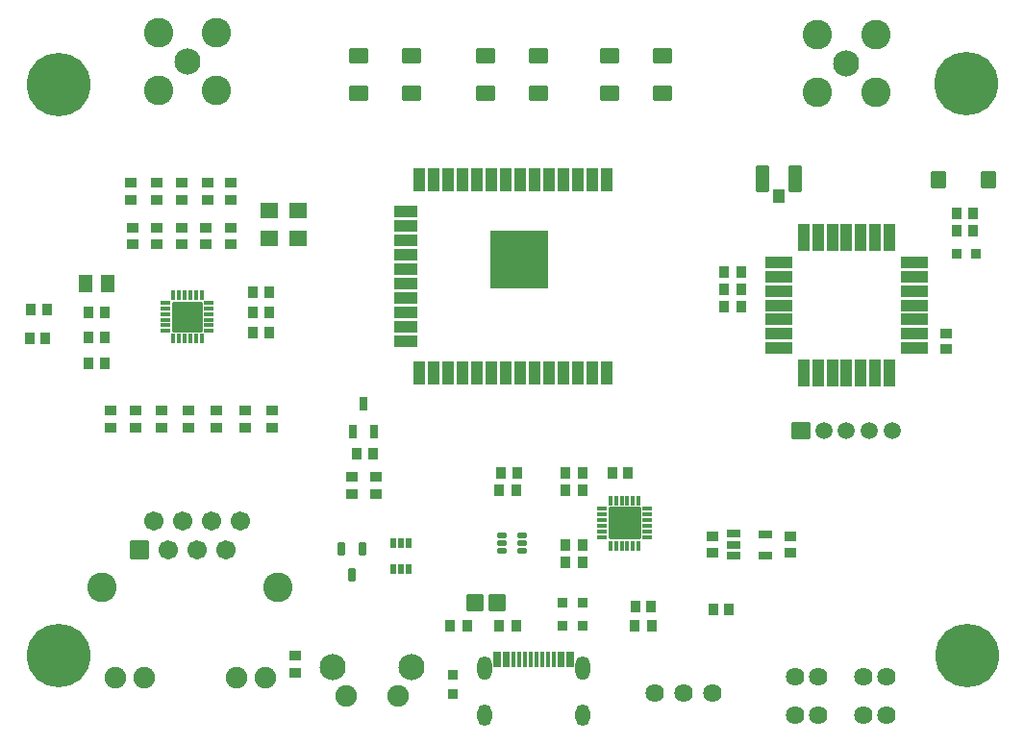
<source format=gts>
G04 Layer: TopSolderMaskLayer*
G04 EasyEDA v6.5.23, 2023-05-28 22:20:17*
G04 a98212a221284062af17828272900665,7a5a352eff0f4c5696d858f44224924f,10*
G04 Gerber Generator version 0.2*
G04 Scale: 100 percent, Rotated: No, Reflected: No *
G04 Dimensions in millimeters *
G04 leading zeros omitted , absolute positions ,4 integer and 5 decimal *
%FSLAX45Y45*%
%MOMM*%

%AMMACRO1*1,1,$1,$2,$3*1,1,$1,$4,$5*1,1,$1,0-$2,0-$3*1,1,$1,0-$4,0-$5*20,1,$1,$2,$3,$4,$5,0*20,1,$1,$4,$5,0-$2,0-$3,0*20,1,$1,0-$2,0-$3,0-$4,0-$5,0*20,1,$1,0-$4,0-$5,$2,$3,0*4,1,4,$2,$3,$4,$5,0-$2,0-$3,0-$4,0-$5,$2,$3,0*%
%ADD10MACRO1,0.1016X-0.4X-0.4X-0.4X0.4*%
%ADD11C,5.6032*%
%ADD12C,0.8032*%
%ADD13MACRO1,0.1016X-0.4032X-0.432X-0.4032X0.432*%
%ADD14MACRO1,0.1016X0.4032X-0.432X0.4032X0.432*%
%ADD15MACRO1,0.1016X0.4032X0.432X0.4032X-0.432*%
%ADD16MACRO1,0.1016X-0.4032X0.432X-0.4032X-0.432*%
%ADD17MACRO1,0.1016X0.615X0.68X0.615X-0.68*%
%ADD18MACRO1,0.1016X-0.615X0.68X-0.615X-0.68*%
%ADD19MACRO1,0.1016X0.45X0.4X0.45X-0.4*%
%ADD20C,1.5016*%
%ADD21MACRO1,0.1016X-0.762X0.7X0.762X0.7*%
%ADD22MACRO1,0.1016X0.4X-0.4X-0.4X-0.4*%
%ADD23MACRO1,0.1X0.5X-0.525X-0.5X-0.525*%
%ADD24MACRO1,0.1X0.525X-1.1X-0.525X-1.1*%
%ADD25MACRO1,0.1X1.15X-0.5X-1.15X-0.5*%
%ADD26MACRO1,0.1X0.5X-1.15X-0.5X-1.15*%
%ADD27MACRO1,0.1016X0.432X-0.4032X-0.432X-0.4032*%
%ADD28MACRO1,0.1016X0.432X0.4032X-0.432X0.4032*%
%ADD29MACRO1,0.1016X-0.432X0.4032X0.432X0.4032*%
%ADD30MACRO1,0.1016X-0.432X-0.4032X0.432X-0.4032*%
%ADD31MACRO1,0.1016X-0.15X0.65X0.15X0.65*%
%ADD32O,1.3015976000000002X1.9015964*%
%ADD33O,1.3015976000000002X2.1015960000000002*%
%ADD34MACRO1,0.1016X-0.4X0.45X0.4X0.45*%
%ADD35MACRO1,0.1016X0.4X-0.45X-0.4X-0.45*%
%ADD36MACRO1,0.1016X-0.45X-0.4X-0.45X0.4*%
%ADD37MACRO1,0.1016X-0.8X0.8X0.8X0.8*%
%ADD38C,1.7016*%
%ADD39C,1.9016*%
%ADD40C,2.6016*%
%ADD41MACRO1,0.1016X-0.5663X0.6885X-0.5663X-0.6885*%
%ADD42MACRO1,0.1016X0.5663X0.6885X0.5663X-0.6885*%
%ADD43MACRO1,0.1X-0.8X0.6X0.8X0.6*%
%ADD44MACRO1,0.1016X0.266X0.5225X-0.266X0.5225*%
%ADD45MACRO1,0.1016X0.3X0.535X0.3X-0.535*%
%ADD46MACRO1,0.1016X-0.5524X0.3112X-0.5524X-0.3112*%
%ADD47MACRO1,0.1016X-0.5524X0.3111X-0.5524X-0.3111*%
%ADD48MACRO1,0.1016X0.35X-0.21X-0.35X-0.21*%
%ADD49C,2.3016*%
%ADD50C,1.6256*%
%ADD51MACRO1,0.1016X0.2X-0.4X-0.2X-0.4*%
%ADD52MACRO1,0.1016X-0.2X0.4X0.2X0.4*%
%ADD53MACRO1,0.1X0.3325X-0.14X-0.3325X-0.14*%
%ADD54MACRO1,0.1X0.14X0.3325X-0.14X0.3325*%
%ADD55MACRO1,0.1X-0.3325X-0.14X0.3325X-0.14*%
%ADD56MACRO1,0.1X-1.275X-1.275X-1.275X1.275*%
%ADD57O,0.3800348X0.9000236*%
%ADD58O,0.9000236X0.3800348*%
%ADD59MACRO1,0.1X-1.35X1.35X1.35X1.35*%
%ADD60MACRO1,0.1016X0.45X1X0.45X-1*%
%ADD61MACRO1,0.1016X1X-0.45X-1X-0.45*%
%ADD62MACRO1,0.1016X1X0.45X-1X0.45*%
%ADD63MACRO1,0.1016X-0.45X1X-0.45X-1*%
%ADD64MACRO1,0.1016X2.5X2.5X2.5X-2.5*%
%ADD65MACRO1,0.1016X-0.75X0.6X0.75X0.6*%
%ADD66MACRO1,0.1016X0.75X-0.6X-0.75X-0.6*%
%ADD67MACRO1,0.1016X-0.705X-0.675X-0.705X0.675*%
%ADD68MACRO1,0.1016X0.705X-0.675X0.705X0.675*%
%ADD69C,0.0178*%

%LPD*%
D10*
G01*
X6049010Y2514600D03*
G01*
X6219189Y2514600D03*
G01*
X6219189Y2717800D03*
G01*
X6049010Y2717800D03*
D11*
G01*
X9601200Y7289800D03*
D12*
G01*
X9803688Y7289800D03*
G01*
X9744379Y7146620D03*
G01*
X9601200Y7087311D03*
G01*
X9458020Y7146620D03*
G01*
X9398711Y7289800D03*
G01*
X9458020Y7432979D03*
G01*
X9601200Y7492288D03*
G01*
X9744379Y7432979D03*
D11*
G01*
X9613900Y2247900D03*
D12*
G01*
X9816388Y2247900D03*
G01*
X9757079Y2104720D03*
G01*
X9613900Y2045411D03*
G01*
X9470720Y2104720D03*
G01*
X9411411Y2247900D03*
G01*
X9470720Y2391079D03*
G01*
X9613900Y2450388D03*
G01*
X9757079Y2391079D03*
D11*
G01*
X1612900Y2247900D03*
D12*
G01*
X1815388Y2247900D03*
G01*
X1756079Y2104720D03*
G01*
X1612900Y2045411D03*
G01*
X1469720Y2104720D03*
G01*
X1410411Y2247900D03*
G01*
X1469720Y2391079D03*
G01*
X1612900Y2450388D03*
G01*
X1756079Y2391079D03*
D11*
G01*
X1612900Y7277100D03*
D12*
G01*
X1815388Y7277100D03*
G01*
X1756079Y7133920D03*
G01*
X1612900Y7074611D03*
G01*
X1469720Y7133920D03*
G01*
X1410411Y7277100D03*
G01*
X1469720Y7420279D03*
G01*
X1612900Y7479588D03*
G01*
X1756079Y7420279D03*
D10*
G01*
X9686289Y5791200D03*
G01*
X9516110Y5791200D03*
D13*
G01*
X9663824Y5994400D03*
D14*
G01*
X9513175Y5994400D03*
D15*
G01*
X6071475Y3073400D03*
D16*
G01*
X6222124Y3073400D03*
D13*
G01*
X6222124Y3225800D03*
D14*
G01*
X6071475Y3225800D03*
D17*
G01*
X9357300Y6438900D03*
D18*
G01*
X9794299Y6438900D03*
D19*
G01*
X9423400Y4946500D03*
G01*
X9423400Y5086499D03*
D20*
G01*
X8947099Y4229100D03*
G01*
X8747099Y4229100D03*
G01*
X8547100Y4229100D03*
G01*
X8347100Y4229100D03*
D21*
G01*
X8147100Y4229100D03*
D22*
G01*
X5080000Y2078989D03*
G01*
X5080000Y1908810D03*
D15*
G01*
X9513175Y6146800D03*
D16*
G01*
X9663824Y6146800D03*
D15*
G01*
X7468475Y5321300D03*
D16*
G01*
X7619124Y5321300D03*
D15*
G01*
X7468475Y5626100D03*
D16*
G01*
X7619124Y5626100D03*
D13*
G01*
X7619124Y5473700D03*
D14*
G01*
X7468475Y5473700D03*
D13*
G01*
X5206124Y2514600D03*
D14*
G01*
X5055475Y2514600D03*
D23*
G01*
X7950197Y6299149D03*
D24*
G01*
X8097697Y6451648D03*
G01*
X7802697Y6451648D03*
D25*
G01*
X9147097Y4959002D03*
G01*
X9147101Y5084003D03*
G01*
X9147101Y5209001D03*
G01*
X9147101Y5334002D03*
G01*
X9147101Y5459001D03*
G01*
X9147101Y5584002D03*
G01*
X9147101Y5709003D03*
D26*
G01*
X8922097Y5934003D03*
G01*
X8797099Y5934003D03*
G01*
X8672098Y5934003D03*
G01*
X8547097Y5934003D03*
G01*
X8422098Y5934003D03*
G01*
X8297097Y5934003D03*
G01*
X8172099Y5934003D03*
D25*
G01*
X7947093Y5709003D03*
G01*
X7947093Y5584002D03*
G01*
X7947093Y5459001D03*
G01*
X7947093Y5334002D03*
G01*
X7947093Y5209001D03*
G01*
X7947093Y5084003D03*
G01*
X7947093Y4959002D03*
D26*
G01*
X8172099Y4734005D03*
G01*
X8297097Y4734005D03*
G01*
X8422098Y4734005D03*
G01*
X8547097Y4734005D03*
G01*
X8672098Y4734005D03*
G01*
X8797099Y4734005D03*
G01*
X8922097Y4734005D03*
D27*
G01*
X2070100Y4406024D03*
D28*
G01*
X2070100Y4255375D03*
D29*
G01*
X3695700Y2096375D03*
D30*
G01*
X3695700Y2247024D03*
D15*
G01*
X6071475Y3708400D03*
D16*
G01*
X6222124Y3708400D03*
D15*
G01*
X6071475Y3860800D03*
D16*
G01*
X6222124Y3860800D03*
D15*
G01*
X5487275Y3708400D03*
D16*
G01*
X5637924Y3708400D03*
D15*
G01*
X5499975Y3860800D03*
D16*
G01*
X5650624Y3860800D03*
D27*
G01*
X4191000Y3821824D03*
D28*
G01*
X4191000Y3671175D03*
D27*
G01*
X4406900Y3821824D03*
D28*
G01*
X4406900Y3671175D03*
D29*
G01*
X3492500Y4255375D03*
D30*
G01*
X3492500Y4406024D03*
D29*
G01*
X3124200Y6261975D03*
D30*
G01*
X3124200Y6412624D03*
D29*
G01*
X2921000Y6261975D03*
D30*
G01*
X2921000Y6412624D03*
D29*
G01*
X2692400Y6261975D03*
D30*
G01*
X2692400Y6412624D03*
D29*
G01*
X2247900Y6261975D03*
D30*
G01*
X2247900Y6412624D03*
D29*
G01*
X2476500Y6261975D03*
D30*
G01*
X2476500Y6412624D03*
D13*
G01*
X1510424Y5295900D03*
D14*
G01*
X1359775Y5295900D03*
D27*
G01*
X2755900Y4406024D03*
D28*
G01*
X2755900Y4255375D03*
D27*
G01*
X2997200Y4406024D03*
D28*
G01*
X2997200Y4255375D03*
D27*
G01*
X2286000Y4406024D03*
D28*
G01*
X2286000Y4255375D03*
D15*
G01*
X5487275Y2514600D03*
D16*
G01*
X5637924Y2514600D03*
D15*
G01*
X6681075Y2514600D03*
D16*
G01*
X6831724Y2514600D03*
D27*
G01*
X2514600Y4406024D03*
D28*
G01*
X2514600Y4255375D03*
D27*
G01*
X3251200Y4406024D03*
D28*
G01*
X3251200Y4255375D03*
D31*
G01*
X5616169Y2215977D03*
G01*
X5666182Y2215977D03*
G01*
X5716169Y2215979D03*
G01*
X5766182Y2215977D03*
G01*
X5816169Y2215979D03*
G01*
X5866182Y2215977D03*
G01*
X5916143Y2215977D03*
G01*
X5966181Y2215977D03*
G01*
X5456180Y2215964D03*
G01*
X5486177Y2215979D03*
G01*
X5536181Y2215964D03*
G01*
X5566176Y2215967D03*
G01*
X6016172Y2215964D03*
G01*
X6046185Y2215967D03*
G01*
X6096175Y2215982D03*
G01*
X6126175Y2215982D03*
D32*
G01*
X6223685Y1721154D03*
D33*
G01*
X6223685Y2139137D03*
G01*
X5358663Y2139137D03*
D32*
G01*
X5358663Y1721154D03*
D19*
G01*
X3124200Y5873600D03*
G01*
X3124200Y6013599D03*
D34*
G01*
X4375299Y4025900D03*
G01*
X4235300Y4025900D03*
D19*
G01*
X2476500Y5873600D03*
G01*
X2476500Y6013599D03*
G01*
X2260600Y5873600D03*
G01*
X2260600Y6013599D03*
G01*
X2692400Y5873600D03*
G01*
X2692400Y6013599D03*
D35*
G01*
X3320900Y5092700D03*
G01*
X3460899Y5092700D03*
D19*
G01*
X2908300Y5873600D03*
G01*
X2908300Y6013599D03*
D35*
G01*
X1352400Y5041900D03*
G01*
X1492399Y5041900D03*
D34*
G01*
X2013099Y4826000D03*
G01*
X1873100Y4826000D03*
G01*
X2013099Y5054600D03*
G01*
X1873100Y5054600D03*
G01*
X2013099Y5270500D03*
G01*
X1873100Y5270500D03*
D35*
G01*
X3320900Y5270500D03*
G01*
X3460899Y5270500D03*
D34*
G01*
X6826399Y2679700D03*
G01*
X6686400Y2679700D03*
D35*
G01*
X6483200Y3860800D03*
G01*
X6623199Y3860800D03*
G01*
X7372200Y2654300D03*
G01*
X7512199Y2654300D03*
D19*
G01*
X8051800Y3155800D03*
G01*
X8051800Y3295799D03*
D36*
G01*
X7366000Y3295799D03*
G01*
X7366000Y3155800D03*
D35*
G01*
X3320900Y5448300D03*
G01*
X3460899Y5448300D03*
D37*
G01*
X2323599Y3178695D03*
D38*
G01*
X2450591Y3432682D03*
G01*
X2577591Y3178682D03*
G01*
X2704591Y3432682D03*
G01*
X2831591Y3178682D03*
G01*
X2958591Y3432682D03*
G01*
X3085591Y3178682D03*
G01*
X3212591Y3432682D03*
D39*
G01*
X2106091Y2053691D03*
G01*
X2360091Y2053691D03*
G01*
X3177108Y2053691D03*
G01*
X3431108Y2053691D03*
D40*
G01*
X1994103Y2848686D03*
G01*
X3543096Y2848686D03*
D41*
G01*
X2039726Y5524496D03*
D42*
G01*
X1846473Y5524496D03*
D43*
G01*
X6457906Y7531003D03*
G01*
X6457909Y7201001D03*
G01*
X6927903Y7201001D03*
G01*
X6927905Y7531003D03*
G01*
X5365706Y7531003D03*
G01*
X5365709Y7201001D03*
G01*
X5835703Y7201001D03*
G01*
X5835705Y7531003D03*
G01*
X4248106Y7531003D03*
G01*
X4248109Y7201001D03*
G01*
X4718103Y7201001D03*
G01*
X4718105Y7531003D03*
D44*
G01*
X4285999Y3188149D03*
G01*
X4096000Y3188149D03*
G01*
X4191000Y2958650D03*
D45*
G01*
X4197604Y4219900D03*
G01*
X4387595Y4219900D03*
G01*
X4292600Y4466899D03*
D46*
G01*
X7556507Y3130547D03*
D47*
G01*
X7556507Y3224527D03*
D46*
G01*
X7556507Y3321042D03*
D47*
G01*
X7835907Y3318507D03*
D46*
G01*
X7835907Y3130547D03*
D48*
G01*
X5692692Y3238500D03*
G01*
X5692692Y3303498D03*
G01*
X5508707Y3303498D03*
G01*
X5508707Y3238500D03*
G01*
X5508707Y3173501D03*
G01*
X5692692Y3173501D03*
D49*
G01*
X8547125Y7467600D03*
D40*
G01*
X8802115Y7722590D03*
G01*
X8292109Y7722590D03*
G01*
X8292109Y7212584D03*
G01*
X8802115Y7212584D03*
D49*
G01*
X2743225Y7480300D03*
D40*
G01*
X2998215Y7735290D03*
G01*
X2488209Y7735290D03*
G01*
X2488209Y7225284D03*
G01*
X2998215Y7225284D03*
D39*
G01*
X4143781Y1892300D03*
G01*
X4593818Y1892300D03*
D49*
G01*
X4718811Y2146300D03*
G01*
X4018813Y2146300D03*
D50*
G01*
X8096300Y1722297D03*
G01*
X8296300Y1722297D03*
G01*
X8696299Y1722297D03*
G01*
X8896299Y1722297D03*
G01*
X8896299Y2062302D03*
G01*
X8696299Y2062302D03*
G01*
X8296300Y2062302D03*
G01*
X8096300Y2062302D03*
G01*
X6858000Y1917700D03*
G01*
X7366000Y1917700D03*
G01*
X7112000Y1917700D03*
D51*
G01*
X4687796Y3239195D03*
G01*
X4557803Y3239190D03*
G01*
X4557803Y3009211D03*
G01*
X4687796Y3009211D03*
D52*
G01*
X4622797Y3009201D03*
D51*
G01*
X4622812Y3239197D03*
D53*
G01*
X2933950Y5107400D03*
G01*
X2933950Y5157400D03*
G01*
X2933950Y5207400D03*
G01*
X2933950Y5257399D03*
G01*
X2933950Y5307399D03*
G01*
X2933950Y5357399D03*
D54*
G01*
X2868199Y5423150D03*
G01*
X2818199Y5423150D03*
G01*
X2768199Y5423150D03*
G01*
X2718200Y5423150D03*
G01*
X2668200Y5423150D03*
G01*
X2618200Y5423150D03*
D55*
G01*
X2552449Y5357399D03*
G01*
X2552449Y5307399D03*
G01*
X2552449Y5257399D03*
G01*
X2552449Y5207400D03*
G01*
X2552449Y5157400D03*
G01*
X2552449Y5107400D03*
D54*
G01*
X2618200Y5041649D03*
G01*
X2668200Y5041649D03*
G01*
X2718200Y5041649D03*
G01*
X2768199Y5041649D03*
G01*
X2818199Y5041649D03*
G01*
X2868199Y5041649D03*
D56*
G01*
X2743200Y5232400D03*
D57*
G01*
X6466306Y3216300D03*
G01*
X6516293Y3216300D03*
G01*
X6566306Y3216300D03*
G01*
X6616293Y3216300D03*
G01*
X6666306Y3216300D03*
G01*
X6716293Y3216300D03*
D58*
G01*
X6791299Y3291306D03*
G01*
X6791299Y3341293D03*
G01*
X6791299Y3391306D03*
G01*
X6791299Y3441293D03*
G01*
X6791299Y3491306D03*
G01*
X6791299Y3541293D03*
D57*
G01*
X6716293Y3616299D03*
G01*
X6666306Y3616299D03*
G01*
X6616293Y3616299D03*
G01*
X6566306Y3616299D03*
G01*
X6516293Y3616299D03*
G01*
X6467093Y3616299D03*
D58*
G01*
X6391300Y3541293D03*
G01*
X6391300Y3491306D03*
G01*
X6391300Y3441293D03*
G01*
X6391300Y3391306D03*
G01*
X6391300Y3341293D03*
G01*
X6391300Y3291306D03*
D59*
G01*
X6592544Y3416300D03*
D60*
G01*
X6436410Y6437990D03*
G01*
X6309410Y6437990D03*
G01*
X6182410Y6437990D03*
G01*
X6055410Y6437990D03*
G01*
X5928410Y6437990D03*
G01*
X5801410Y6437990D03*
G01*
X5674410Y6437990D03*
G01*
X5547410Y6437990D03*
G01*
X5420410Y6437990D03*
G01*
X5293410Y6437990D03*
G01*
X5166410Y6437990D03*
G01*
X5039410Y6437990D03*
G01*
X4912410Y6437990D03*
G01*
X4785410Y6437990D03*
D61*
G01*
X4663399Y6159500D03*
G01*
X4663399Y6032500D03*
G01*
X4663399Y5905500D03*
G01*
X4663399Y5778500D03*
G01*
X4663399Y5651500D03*
D62*
G01*
X4663419Y5524500D03*
G01*
X4663419Y5397500D03*
G01*
X4663419Y5270500D03*
G01*
X4663419Y5143500D03*
G01*
X4663419Y5016500D03*
D63*
G01*
X4785410Y4738009D03*
G01*
X4912410Y4738009D03*
G01*
X5039410Y4738009D03*
G01*
X5166410Y4738009D03*
G01*
X5293410Y4738009D03*
G01*
X5420410Y4738009D03*
G01*
X5547410Y4738009D03*
G01*
X5674410Y4738009D03*
G01*
X5801410Y4738009D03*
G01*
X5928410Y4738009D03*
G01*
X6055410Y4738009D03*
G01*
X6182410Y4738009D03*
G01*
X6309410Y4738009D03*
G01*
X6436410Y4738009D03*
D64*
G01*
X5664908Y5738000D03*
D65*
G01*
X3467100Y5925200D03*
G01*
X3721100Y5925200D03*
D66*
G01*
X3721100Y6165199D03*
D65*
G01*
X3467100Y6165199D03*
D67*
G01*
X5472102Y2717800D03*
D68*
G01*
X5272097Y2717800D03*
M02*

</source>
